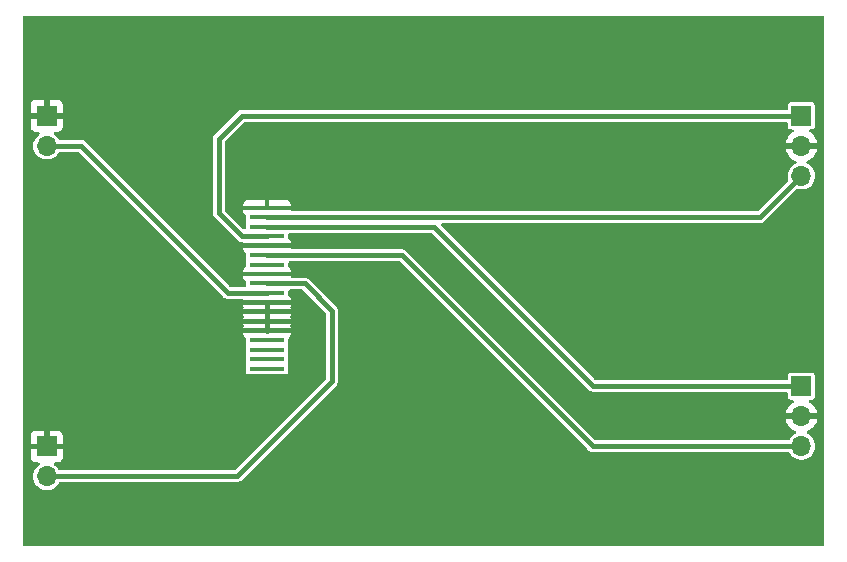
<source format=gbr>
G04 #@! TF.GenerationSoftware,KiCad,Pcbnew,8.0.8*
G04 #@! TF.CreationDate,2025-06-07T15:14:33+01:00*
G04 #@! TF.ProjectId,lcd_Daughterboard,6c63645f-4461-4756-9768-746572626f61,rev?*
G04 #@! TF.SameCoordinates,Original*
G04 #@! TF.FileFunction,Copper,L1,Top*
G04 #@! TF.FilePolarity,Positive*
%FSLAX46Y46*%
G04 Gerber Fmt 4.6, Leading zero omitted, Abs format (unit mm)*
G04 Created by KiCad (PCBNEW 8.0.8) date 2025-06-07 15:14:33*
%MOMM*%
%LPD*%
G01*
G04 APERTURE LIST*
G04 #@! TA.AperFunction,SMDPad,CuDef*
%ADD10R,3.000000X0.400000*%
G04 #@! TD*
G04 #@! TA.AperFunction,ComponentPad*
%ADD11R,1.700000X1.700000*%
G04 #@! TD*
G04 #@! TA.AperFunction,ComponentPad*
%ADD12O,1.700000X1.700000*%
G04 #@! TD*
G04 #@! TA.AperFunction,ViaPad*
%ADD13C,0.800000*%
G04 #@! TD*
G04 #@! TA.AperFunction,Conductor*
%ADD14C,0.400000*%
G04 #@! TD*
G04 APERTURE END LIST*
D10*
X120750000Y-61500000D03*
X120750000Y-62300000D03*
X120750000Y-63100000D03*
X120750000Y-63900000D03*
X120750000Y-64700000D03*
X120750000Y-65500000D03*
X120750000Y-66300000D03*
X120750000Y-67100000D03*
X120750000Y-67900000D03*
X120750000Y-68700000D03*
X120750000Y-69500000D03*
X120750000Y-70300000D03*
X120750000Y-71100000D03*
X120750000Y-71900000D03*
X120750000Y-72700000D03*
X120750000Y-73500000D03*
X120750000Y-74300000D03*
X120750000Y-75100000D03*
D11*
X102100000Y-53700000D03*
D12*
X102100000Y-56240000D03*
D11*
X166000000Y-53700000D03*
D12*
X166000000Y-56240000D03*
X166000000Y-58780000D03*
D11*
X166000000Y-76600000D03*
D12*
X166000000Y-79140000D03*
X166000000Y-81680000D03*
D11*
X102100000Y-81700000D03*
D12*
X102100000Y-84240000D03*
D13*
X139200000Y-64100000D03*
D14*
X162480000Y-62300000D02*
X166000000Y-58780000D01*
X120750000Y-62300000D02*
X162480000Y-62300000D01*
X165975000Y-76575000D02*
X166000000Y-76600000D01*
X148375000Y-76575000D02*
X165975000Y-76575000D01*
X134900000Y-63100000D02*
X148375000Y-76575000D01*
X120750000Y-63100000D02*
X134900000Y-63100000D01*
X118600000Y-53700000D02*
X166000000Y-53700000D01*
X116650000Y-55650000D02*
X118600000Y-53700000D01*
X116650000Y-61900000D02*
X116650000Y-55650000D01*
X118650000Y-63900000D02*
X116650000Y-61900000D01*
X148331472Y-81680000D02*
X166000000Y-81680000D01*
X132151472Y-65500000D02*
X148331472Y-81680000D01*
X120750000Y-65500000D02*
X132151472Y-65500000D01*
X126250000Y-70200000D02*
X126250000Y-76200000D01*
X123950000Y-67900000D02*
X126250000Y-70200000D01*
X120750000Y-67900000D02*
X123950000Y-67900000D01*
X117450000Y-68700000D02*
X120750000Y-68700000D01*
X104990000Y-56240000D02*
X117450000Y-68700000D01*
X102100000Y-56240000D02*
X104990000Y-56240000D01*
X120750000Y-63900000D02*
X118650000Y-63900000D01*
X118250000Y-84200000D02*
X102100000Y-84200000D01*
X120750000Y-71900000D02*
X120750000Y-69500000D01*
X126250000Y-76200000D02*
X118250000Y-84200000D01*
G04 #@! TA.AperFunction,Conductor*
G36*
X164791622Y-54220502D02*
G01*
X164838115Y-54274158D01*
X164849501Y-54326500D01*
X164849501Y-54594866D01*
X164852414Y-54619990D01*
X164852416Y-54619994D01*
X164897793Y-54722765D01*
X164977232Y-54802204D01*
X164977234Y-54802205D01*
X164977235Y-54802206D01*
X165080009Y-54847585D01*
X165105135Y-54850500D01*
X165231139Y-54850499D01*
X165299257Y-54870501D01*
X165345750Y-54924156D01*
X165355855Y-54994430D01*
X165326362Y-55059011D01*
X165303408Y-55079712D01*
X165128925Y-55201887D01*
X165128919Y-55201892D01*
X164961892Y-55368919D01*
X164961887Y-55368925D01*
X164826400Y-55562421D01*
X164726570Y-55776506D01*
X164726568Y-55776511D01*
X164669363Y-55990000D01*
X165566988Y-55990000D01*
X165534075Y-56047007D01*
X165500000Y-56174174D01*
X165500000Y-56305826D01*
X165534075Y-56432993D01*
X165566988Y-56490000D01*
X164669364Y-56490000D01*
X164726568Y-56703488D01*
X164726570Y-56703493D01*
X164826399Y-56917577D01*
X164826400Y-56917579D01*
X164961886Y-57111073D01*
X164961893Y-57111082D01*
X165128917Y-57278106D01*
X165128926Y-57278113D01*
X165322420Y-57413599D01*
X165322422Y-57413600D01*
X165517320Y-57504483D01*
X165570605Y-57551400D01*
X165590066Y-57619678D01*
X165569524Y-57687638D01*
X165515501Y-57733703D01*
X165509592Y-57736167D01*
X165484981Y-57745702D01*
X165484980Y-57745702D01*
X165484979Y-57745703D01*
X165484974Y-57745705D01*
X165303701Y-57857945D01*
X165303699Y-57857946D01*
X165146129Y-58001591D01*
X165059293Y-58116580D01*
X165017634Y-58171745D01*
X164924130Y-58359526D01*
X164922593Y-58362615D01*
X164864244Y-58567688D01*
X164844571Y-58780000D01*
X164864244Y-58992313D01*
X164891743Y-59088960D01*
X164891147Y-59159954D01*
X164859648Y-59212536D01*
X162309591Y-61762595D01*
X162247279Y-61796620D01*
X162220496Y-61799500D01*
X122876000Y-61799500D01*
X122807879Y-61779498D01*
X122761386Y-61725842D01*
X122757366Y-61707365D01*
X122750001Y-61700000D01*
X118750000Y-61700000D01*
X118750000Y-61747840D01*
X118756400Y-61807371D01*
X118806647Y-61942089D01*
X118892809Y-62057187D01*
X118899009Y-62061828D01*
X118941555Y-62118664D01*
X118949500Y-62162697D01*
X118949500Y-62544859D01*
X118949501Y-62544866D01*
X118952414Y-62569990D01*
X118952416Y-62569994D01*
X118987347Y-62649106D01*
X118996565Y-62719502D01*
X118987347Y-62750893D01*
X118952415Y-62830007D01*
X118952414Y-62830008D01*
X118949500Y-62855130D01*
X118949500Y-63187496D01*
X118929498Y-63255617D01*
X118875842Y-63302110D01*
X118805568Y-63312214D01*
X118740988Y-63282720D01*
X118734405Y-63276591D01*
X117187405Y-61729591D01*
X117153379Y-61667279D01*
X117150500Y-61640496D01*
X117150500Y-61252159D01*
X118750000Y-61252159D01*
X118750000Y-61300000D01*
X120550000Y-61300000D01*
X120950000Y-61300000D01*
X122750000Y-61300000D01*
X122750000Y-61252176D01*
X122749999Y-61252159D01*
X122743599Y-61192628D01*
X122693352Y-61057910D01*
X122607189Y-60942810D01*
X122492089Y-60856647D01*
X122357371Y-60806400D01*
X122297840Y-60800000D01*
X120950000Y-60800000D01*
X120950000Y-61300000D01*
X120550000Y-61300000D01*
X120550000Y-60800000D01*
X119202159Y-60800000D01*
X119142628Y-60806400D01*
X119007910Y-60856647D01*
X118892810Y-60942810D01*
X118806647Y-61057910D01*
X118756400Y-61192628D01*
X118750000Y-61252159D01*
X117150500Y-61252159D01*
X117150500Y-55909504D01*
X117170502Y-55841383D01*
X117187405Y-55820409D01*
X118770409Y-54237405D01*
X118832721Y-54203379D01*
X118859504Y-54200500D01*
X164723501Y-54200500D01*
X164791622Y-54220502D01*
G37*
G04 #@! TD.AperFunction*
G04 #@! TA.AperFunction,Conductor*
G36*
X167891621Y-45270502D02*
G01*
X167938114Y-45324158D01*
X167949500Y-45376500D01*
X167949500Y-90023500D01*
X167929498Y-90091621D01*
X167875842Y-90138114D01*
X167823500Y-90149500D01*
X100176500Y-90149500D01*
X100108379Y-90129498D01*
X100061886Y-90075842D01*
X100050500Y-90023500D01*
X100050500Y-72147840D01*
X118750000Y-72147840D01*
X118756400Y-72207371D01*
X118806647Y-72342089D01*
X118892809Y-72457187D01*
X118899009Y-72461828D01*
X118941555Y-72518664D01*
X118949500Y-72562697D01*
X118949500Y-72944859D01*
X118949501Y-72944866D01*
X118952414Y-72969990D01*
X118952416Y-72969994D01*
X118987347Y-73049106D01*
X118996565Y-73119502D01*
X118987347Y-73150893D01*
X118952415Y-73230007D01*
X118952414Y-73230008D01*
X118949500Y-73255130D01*
X118949500Y-73744859D01*
X118949501Y-73744866D01*
X118952414Y-73769990D01*
X118952416Y-73769994D01*
X118987347Y-73849106D01*
X118996565Y-73919502D01*
X118987347Y-73950893D01*
X118952415Y-74030007D01*
X118952414Y-74030008D01*
X118949500Y-74055130D01*
X118949500Y-74544859D01*
X118949501Y-74544866D01*
X118952414Y-74569990D01*
X118952416Y-74569994D01*
X118987347Y-74649106D01*
X118996565Y-74719502D01*
X118987347Y-74750893D01*
X118952415Y-74830007D01*
X118952414Y-74830008D01*
X118949500Y-74855130D01*
X118949500Y-75344859D01*
X118949501Y-75344866D01*
X118952414Y-75369990D01*
X118952416Y-75369994D01*
X118997793Y-75472765D01*
X119077232Y-75552204D01*
X119077234Y-75552205D01*
X119077235Y-75552206D01*
X119180009Y-75597585D01*
X119205135Y-75600500D01*
X122294864Y-75600499D01*
X122319991Y-75597585D01*
X122422765Y-75552206D01*
X122502206Y-75472765D01*
X122547585Y-75369991D01*
X122550500Y-75344865D01*
X122550499Y-74855136D01*
X122547585Y-74830009D01*
X122512652Y-74750893D01*
X122503434Y-74680498D01*
X122512649Y-74649112D01*
X122547585Y-74569991D01*
X122550500Y-74544865D01*
X122550499Y-74055136D01*
X122547585Y-74030009D01*
X122512652Y-73950893D01*
X122503434Y-73880498D01*
X122512649Y-73849112D01*
X122547585Y-73769991D01*
X122550500Y-73744865D01*
X122550499Y-73255136D01*
X122547585Y-73230009D01*
X122512652Y-73150893D01*
X122503434Y-73080498D01*
X122512649Y-73049112D01*
X122547585Y-72969991D01*
X122550500Y-72944865D01*
X122550499Y-72562696D01*
X122570501Y-72494577D01*
X122600994Y-72461826D01*
X122607189Y-72457188D01*
X122693352Y-72342089D01*
X122743599Y-72207371D01*
X122749999Y-72147840D01*
X122750000Y-72147823D01*
X122750000Y-72100000D01*
X118750000Y-72100000D01*
X118750000Y-72147840D01*
X100050500Y-72147840D01*
X100050500Y-71347840D01*
X118750000Y-71347840D01*
X118756401Y-71407372D01*
X118774526Y-71455971D01*
X118779589Y-71526787D01*
X118774526Y-71544029D01*
X118756401Y-71592627D01*
X118750000Y-71652159D01*
X118750000Y-71700000D01*
X120550000Y-71700000D01*
X120950000Y-71700000D01*
X122750000Y-71700000D01*
X122750000Y-71652176D01*
X122749999Y-71652159D01*
X122743599Y-71592627D01*
X122725474Y-71544032D01*
X122720410Y-71473216D01*
X122725474Y-71455968D01*
X122743599Y-71407372D01*
X122749999Y-71347840D01*
X122750000Y-71347823D01*
X122750000Y-71300000D01*
X120950000Y-71300000D01*
X120950000Y-71700000D01*
X120550000Y-71700000D01*
X120550000Y-71300000D01*
X118750000Y-71300000D01*
X118750000Y-71347840D01*
X100050500Y-71347840D01*
X100050500Y-70547840D01*
X118750000Y-70547840D01*
X118756401Y-70607372D01*
X118774526Y-70655971D01*
X118779589Y-70726787D01*
X118774526Y-70744029D01*
X118756401Y-70792627D01*
X118750000Y-70852159D01*
X118750000Y-70900000D01*
X120550000Y-70900000D01*
X120950000Y-70900000D01*
X122750000Y-70900000D01*
X122750000Y-70852176D01*
X122749999Y-70852159D01*
X122743599Y-70792627D01*
X122725474Y-70744032D01*
X122720410Y-70673216D01*
X122725474Y-70655968D01*
X122743599Y-70607372D01*
X122749999Y-70547840D01*
X122750000Y-70547823D01*
X122750000Y-70500000D01*
X120950000Y-70500000D01*
X120950000Y-70900000D01*
X120550000Y-70900000D01*
X120550000Y-70500000D01*
X118750000Y-70500000D01*
X118750000Y-70547840D01*
X100050500Y-70547840D01*
X100050500Y-69747840D01*
X118750000Y-69747840D01*
X118756401Y-69807372D01*
X118774526Y-69855971D01*
X118779589Y-69926787D01*
X118774526Y-69944029D01*
X118756401Y-69992627D01*
X118750000Y-70052159D01*
X118750000Y-70100000D01*
X120550000Y-70100000D01*
X120950000Y-70100000D01*
X122750000Y-70100000D01*
X122750000Y-70052176D01*
X122749999Y-70052159D01*
X122743599Y-69992627D01*
X122725474Y-69944032D01*
X122720410Y-69873216D01*
X122725474Y-69855968D01*
X122743599Y-69807372D01*
X122749999Y-69747840D01*
X122750000Y-69747823D01*
X122750000Y-69700000D01*
X120950000Y-69700000D01*
X120950000Y-70100000D01*
X120550000Y-70100000D01*
X120550000Y-69700000D01*
X118750000Y-69700000D01*
X118750000Y-69747840D01*
X100050500Y-69747840D01*
X100050500Y-52802159D01*
X100750000Y-52802159D01*
X100750000Y-53450000D01*
X101666988Y-53450000D01*
X101634075Y-53507007D01*
X101600000Y-53634174D01*
X101600000Y-53765826D01*
X101634075Y-53892993D01*
X101666988Y-53950000D01*
X100750000Y-53950000D01*
X100750000Y-54597840D01*
X100756400Y-54657371D01*
X100806647Y-54792089D01*
X100892810Y-54907189D01*
X101007910Y-54993352D01*
X101142628Y-55043599D01*
X101202159Y-55049999D01*
X101202176Y-55050000D01*
X101393604Y-55050000D01*
X101461725Y-55070002D01*
X101508218Y-55123658D01*
X101518322Y-55193932D01*
X101488828Y-55258512D01*
X101459935Y-55283127D01*
X101403701Y-55317945D01*
X101403699Y-55317946D01*
X101246129Y-55461591D01*
X101159293Y-55576580D01*
X101117634Y-55631745D01*
X101073939Y-55719498D01*
X101022593Y-55822615D01*
X100964244Y-56027688D01*
X100944571Y-56240000D01*
X100964244Y-56452311D01*
X101022593Y-56657384D01*
X101022594Y-56657386D01*
X101022595Y-56657389D01*
X101117634Y-56848255D01*
X101169986Y-56917579D01*
X101246129Y-57018408D01*
X101403699Y-57162053D01*
X101403701Y-57162054D01*
X101584974Y-57274294D01*
X101584975Y-57274294D01*
X101584981Y-57274298D01*
X101783802Y-57351321D01*
X101993390Y-57390500D01*
X101993393Y-57390500D01*
X102206607Y-57390500D01*
X102206610Y-57390500D01*
X102416198Y-57351321D01*
X102615019Y-57274298D01*
X102796302Y-57162052D01*
X102953872Y-57018407D01*
X103082366Y-56848255D01*
X103101247Y-56810335D01*
X103149515Y-56758274D01*
X103214037Y-56740500D01*
X104730496Y-56740500D01*
X104798617Y-56760502D01*
X104819591Y-56777405D01*
X117142679Y-69100494D01*
X117142684Y-69100498D01*
X117142686Y-69100500D01*
X117256814Y-69166392D01*
X117384108Y-69200500D01*
X117384110Y-69200500D01*
X118624000Y-69200500D01*
X118692121Y-69220502D01*
X118738614Y-69274158D01*
X118742633Y-69292634D01*
X118749999Y-69300000D01*
X122750000Y-69300000D01*
X122750000Y-69252176D01*
X122749999Y-69252159D01*
X122743599Y-69192628D01*
X122693352Y-69057910D01*
X122607189Y-68942811D01*
X122600989Y-68938170D01*
X122558443Y-68881334D01*
X122550499Y-68837306D01*
X122550499Y-68526499D01*
X122570501Y-68458379D01*
X122624157Y-68411886D01*
X122676499Y-68400500D01*
X123690496Y-68400500D01*
X123758617Y-68420502D01*
X123779591Y-68437405D01*
X125712595Y-70370408D01*
X125746620Y-70432720D01*
X125749500Y-70459503D01*
X125749500Y-75940496D01*
X125729498Y-76008617D01*
X125712595Y-76029591D01*
X118079591Y-83662595D01*
X118017279Y-83696621D01*
X117990496Y-83699500D01*
X103194120Y-83699500D01*
X103125999Y-83679498D01*
X103086851Y-83635823D01*
X103085435Y-83636701D01*
X103082366Y-83631746D01*
X103082366Y-83631745D01*
X102953872Y-83461593D01*
X102796302Y-83317948D01*
X102796300Y-83317946D01*
X102796298Y-83317945D01*
X102740065Y-83283127D01*
X102692678Y-83230260D01*
X102681395Y-83160165D01*
X102709799Y-83095098D01*
X102768872Y-83055717D01*
X102806396Y-83050000D01*
X102997824Y-83050000D01*
X102997840Y-83049999D01*
X103057371Y-83043599D01*
X103192089Y-82993352D01*
X103307189Y-82907189D01*
X103393352Y-82792089D01*
X103443599Y-82657371D01*
X103449999Y-82597840D01*
X103450000Y-82597823D01*
X103450000Y-81950000D01*
X102533012Y-81950000D01*
X102565925Y-81892993D01*
X102600000Y-81765826D01*
X102600000Y-81634174D01*
X102565925Y-81507007D01*
X102533012Y-81450000D01*
X103450000Y-81450000D01*
X103450000Y-80802176D01*
X103449999Y-80802159D01*
X103443599Y-80742628D01*
X103393352Y-80607910D01*
X103307189Y-80492810D01*
X103192089Y-80406647D01*
X103057371Y-80356400D01*
X102997840Y-80350000D01*
X102350000Y-80350000D01*
X102350000Y-81266988D01*
X102292993Y-81234075D01*
X102165826Y-81200000D01*
X102034174Y-81200000D01*
X101907007Y-81234075D01*
X101850000Y-81266988D01*
X101850000Y-80350000D01*
X101202159Y-80350000D01*
X101142628Y-80356400D01*
X101007910Y-80406647D01*
X100892810Y-80492810D01*
X100806647Y-80607910D01*
X100756400Y-80742628D01*
X100750000Y-80802159D01*
X100750000Y-81450000D01*
X101666988Y-81450000D01*
X101634075Y-81507007D01*
X101600000Y-81634174D01*
X101600000Y-81765826D01*
X101634075Y-81892993D01*
X101666988Y-81950000D01*
X100750000Y-81950000D01*
X100750000Y-82597840D01*
X100756400Y-82657371D01*
X100806647Y-82792089D01*
X100892810Y-82907189D01*
X101007910Y-82993352D01*
X101142628Y-83043599D01*
X101202159Y-83049999D01*
X101202176Y-83050000D01*
X101393604Y-83050000D01*
X101461725Y-83070002D01*
X101508218Y-83123658D01*
X101518322Y-83193932D01*
X101488828Y-83258512D01*
X101459935Y-83283127D01*
X101403701Y-83317945D01*
X101403699Y-83317946D01*
X101246129Y-83461591D01*
X101246126Y-83461595D01*
X101117634Y-83631745D01*
X101024130Y-83819526D01*
X101022593Y-83822615D01*
X100964244Y-84027688D01*
X100944571Y-84240000D01*
X100964244Y-84452311D01*
X101022593Y-84657384D01*
X101022594Y-84657386D01*
X101022595Y-84657389D01*
X101117634Y-84848255D01*
X101246128Y-85018407D01*
X101246129Y-85018408D01*
X101403699Y-85162053D01*
X101403701Y-85162054D01*
X101584974Y-85274294D01*
X101584975Y-85274294D01*
X101584981Y-85274298D01*
X101783802Y-85351321D01*
X101993390Y-85390500D01*
X101993393Y-85390500D01*
X102206607Y-85390500D01*
X102206610Y-85390500D01*
X102416198Y-85351321D01*
X102615019Y-85274298D01*
X102796302Y-85162052D01*
X102953872Y-85018407D01*
X103082366Y-84848255D01*
X103121163Y-84770337D01*
X103169432Y-84718274D01*
X103233954Y-84700500D01*
X118315890Y-84700500D01*
X118315892Y-84700500D01*
X118443186Y-84666392D01*
X118557314Y-84600500D01*
X126650499Y-76507315D01*
X126716392Y-76393186D01*
X126750500Y-76265893D01*
X126750500Y-76134108D01*
X126750500Y-70134108D01*
X126716392Y-70006814D01*
X126650500Y-69892686D01*
X126650498Y-69892684D01*
X126650494Y-69892679D01*
X126552925Y-69795110D01*
X126552902Y-69795089D01*
X124257320Y-67499505D01*
X124257310Y-67499497D01*
X124143190Y-67433610D01*
X124143187Y-67433609D01*
X124143186Y-67433608D01*
X124143184Y-67433607D01*
X124143183Y-67433607D01*
X124109073Y-67424467D01*
X124015892Y-67399500D01*
X122876000Y-67399500D01*
X122807879Y-67379498D01*
X122761386Y-67325842D01*
X122757366Y-67307365D01*
X122750001Y-67300000D01*
X118750000Y-67300000D01*
X118750000Y-67347840D01*
X118756400Y-67407371D01*
X118806647Y-67542089D01*
X118892809Y-67657187D01*
X118899009Y-67661828D01*
X118941555Y-67718664D01*
X118949500Y-67762697D01*
X118949501Y-68073500D01*
X118929499Y-68141620D01*
X118875844Y-68188113D01*
X118823501Y-68199500D01*
X117709504Y-68199500D01*
X117641383Y-68179498D01*
X117620409Y-68162595D01*
X105297320Y-55839505D01*
X105297310Y-55839497D01*
X105183190Y-55773610D01*
X105183187Y-55773609D01*
X105183186Y-55773608D01*
X105183184Y-55773607D01*
X105183183Y-55773607D01*
X105149073Y-55764467D01*
X105055892Y-55739500D01*
X105055890Y-55739500D01*
X103214037Y-55739500D01*
X103145916Y-55719498D01*
X103101247Y-55669664D01*
X103082366Y-55631745D01*
X103046392Y-55584108D01*
X116149500Y-55584108D01*
X116149500Y-61834108D01*
X116149500Y-61965892D01*
X116166680Y-62030009D01*
X116183607Y-62093183D01*
X116183610Y-62093190D01*
X116249497Y-62207310D01*
X116249505Y-62207320D01*
X118342679Y-64300494D01*
X118342684Y-64300498D01*
X118342686Y-64300500D01*
X118456814Y-64366392D01*
X118584107Y-64400500D01*
X118584108Y-64400500D01*
X118584109Y-64400500D01*
X118624000Y-64400500D01*
X118692121Y-64420502D01*
X118738614Y-64474158D01*
X118742633Y-64492634D01*
X118749999Y-64500000D01*
X122750000Y-64500000D01*
X122750000Y-64452176D01*
X122749999Y-64452159D01*
X122743599Y-64392628D01*
X122693352Y-64257910D01*
X122607189Y-64142811D01*
X122600989Y-64138170D01*
X122558443Y-64081334D01*
X122550499Y-64037306D01*
X122550499Y-63726499D01*
X122570501Y-63658379D01*
X122624157Y-63611886D01*
X122676499Y-63600500D01*
X134640496Y-63600500D01*
X134708617Y-63620502D01*
X134729591Y-63637405D01*
X148067679Y-76975494D01*
X148067684Y-76975498D01*
X148067686Y-76975500D01*
X148181814Y-77041392D01*
X148309108Y-77075500D01*
X148440893Y-77075500D01*
X164723501Y-77075500D01*
X164791622Y-77095502D01*
X164838115Y-77149158D01*
X164849501Y-77201500D01*
X164849501Y-77494866D01*
X164852414Y-77519990D01*
X164852416Y-77519994D01*
X164897793Y-77622765D01*
X164977232Y-77702204D01*
X164977234Y-77702205D01*
X164977235Y-77702206D01*
X165080009Y-77747585D01*
X165105135Y-77750500D01*
X165231139Y-77750499D01*
X165299257Y-77770501D01*
X165345750Y-77824156D01*
X165355855Y-77894430D01*
X165326362Y-77959011D01*
X165303408Y-77979712D01*
X165128925Y-78101887D01*
X165128919Y-78101892D01*
X164961892Y-78268919D01*
X164961887Y-78268925D01*
X164826400Y-78462421D01*
X164726570Y-78676506D01*
X164726568Y-78676511D01*
X164669363Y-78890000D01*
X165566988Y-78890000D01*
X165534075Y-78947007D01*
X165500000Y-79074174D01*
X165500000Y-79205826D01*
X165534075Y-79332993D01*
X165566988Y-79390000D01*
X164669364Y-79390000D01*
X164726568Y-79603488D01*
X164726570Y-79603493D01*
X164826399Y-79817577D01*
X164826400Y-79817579D01*
X164961886Y-80011073D01*
X164961893Y-80011082D01*
X165128917Y-80178106D01*
X165128926Y-80178113D01*
X165322420Y-80313599D01*
X165322422Y-80313600D01*
X165517320Y-80404483D01*
X165570605Y-80451400D01*
X165590066Y-80519678D01*
X165569524Y-80587638D01*
X165515501Y-80633703D01*
X165509592Y-80636167D01*
X165484981Y-80645702D01*
X165484980Y-80645702D01*
X165484979Y-80645703D01*
X165484974Y-80645705D01*
X165303701Y-80757945D01*
X165303699Y-80757946D01*
X165146129Y-80901591D01*
X165059293Y-81016580D01*
X165017634Y-81071745D01*
X164998752Y-81109664D01*
X164950485Y-81161726D01*
X164885963Y-81179500D01*
X148590976Y-81179500D01*
X148522855Y-81159498D01*
X148501881Y-81142595D01*
X132458792Y-65099505D01*
X132458782Y-65099497D01*
X132344662Y-65033610D01*
X132344659Y-65033609D01*
X132344658Y-65033608D01*
X132344656Y-65033607D01*
X132344655Y-65033607D01*
X132310545Y-65024467D01*
X132217364Y-64999500D01*
X122876000Y-64999500D01*
X122807879Y-64979498D01*
X122761386Y-64925842D01*
X122757366Y-64907365D01*
X122750001Y-64900000D01*
X118750000Y-64900000D01*
X118750000Y-64947840D01*
X118756400Y-65007371D01*
X118806647Y-65142089D01*
X118892809Y-65257187D01*
X118899009Y-65261828D01*
X118941555Y-65318664D01*
X118949500Y-65362697D01*
X118949500Y-65744859D01*
X118949501Y-65744866D01*
X118952414Y-65769990D01*
X118952416Y-65769994D01*
X118987347Y-65849106D01*
X118996565Y-65919502D01*
X118987347Y-65950893D01*
X118952415Y-66030007D01*
X118952414Y-66030009D01*
X118949500Y-66055129D01*
X118949500Y-66437303D01*
X118929498Y-66505424D01*
X118899011Y-66538170D01*
X118892809Y-66542812D01*
X118806647Y-66657910D01*
X118756400Y-66792628D01*
X118750000Y-66852159D01*
X118750000Y-66900000D01*
X122750000Y-66900000D01*
X122750000Y-66852176D01*
X122749999Y-66852159D01*
X122743599Y-66792628D01*
X122693352Y-66657910D01*
X122607189Y-66542811D01*
X122600989Y-66538170D01*
X122558443Y-66481334D01*
X122550499Y-66437306D01*
X122550499Y-66126499D01*
X122570501Y-66058379D01*
X122624157Y-66011886D01*
X122676499Y-66000500D01*
X131891968Y-66000500D01*
X131960089Y-66020502D01*
X131981063Y-66037405D01*
X147930972Y-81987314D01*
X148024158Y-82080500D01*
X148053411Y-82097389D01*
X148138286Y-82146392D01*
X148265579Y-82180500D01*
X148265580Y-82180500D01*
X164885963Y-82180500D01*
X164954084Y-82200502D01*
X164998752Y-82250335D01*
X165017634Y-82288255D01*
X165146128Y-82458407D01*
X165146129Y-82458408D01*
X165303699Y-82602053D01*
X165303701Y-82602054D01*
X165484974Y-82714294D01*
X165484975Y-82714294D01*
X165484981Y-82714298D01*
X165683802Y-82791321D01*
X165893390Y-82830500D01*
X165893393Y-82830500D01*
X166106607Y-82830500D01*
X166106610Y-82830500D01*
X166316198Y-82791321D01*
X166515019Y-82714298D01*
X166696302Y-82602052D01*
X166853872Y-82458407D01*
X166982366Y-82288255D01*
X167077405Y-82097389D01*
X167135756Y-81892310D01*
X167155429Y-81680000D01*
X167135756Y-81467690D01*
X167077405Y-81262611D01*
X166982366Y-81071745D01*
X166853872Y-80901593D01*
X166744818Y-80802176D01*
X166696300Y-80757946D01*
X166696298Y-80757945D01*
X166515025Y-80645705D01*
X166515020Y-80645703D01*
X166515019Y-80645702D01*
X166515014Y-80645700D01*
X166490412Y-80636169D01*
X166434117Y-80592909D01*
X166410147Y-80526082D01*
X166426111Y-80456903D01*
X166476942Y-80407338D01*
X166482679Y-80404483D01*
X166677577Y-80313600D01*
X166677579Y-80313599D01*
X166871073Y-80178113D01*
X166871082Y-80178106D01*
X167038106Y-80011082D01*
X167038113Y-80011073D01*
X167173599Y-79817579D01*
X167173600Y-79817577D01*
X167273429Y-79603493D01*
X167273431Y-79603488D01*
X167330636Y-79390000D01*
X166433012Y-79390000D01*
X166465925Y-79332993D01*
X166500000Y-79205826D01*
X166500000Y-79074174D01*
X166465925Y-78947007D01*
X166433012Y-78890000D01*
X167330636Y-78890000D01*
X167273431Y-78676511D01*
X167273429Y-78676506D01*
X167173599Y-78462421D01*
X167038112Y-78268925D01*
X166871076Y-78101888D01*
X166871073Y-78101886D01*
X166696590Y-77979712D01*
X166652261Y-77924255D01*
X166644952Y-77853636D01*
X166676982Y-77790275D01*
X166738184Y-77754290D01*
X166768859Y-77750499D01*
X166894864Y-77750499D01*
X166919991Y-77747585D01*
X167022765Y-77702206D01*
X167102206Y-77622765D01*
X167147585Y-77519991D01*
X167150500Y-77494865D01*
X167150499Y-75705136D01*
X167147585Y-75680009D01*
X167131872Y-75644422D01*
X167102206Y-75577234D01*
X167022767Y-75497795D01*
X167022765Y-75497794D01*
X166919989Y-75452414D01*
X166919990Y-75452414D01*
X166894868Y-75449500D01*
X165105140Y-75449500D01*
X165105133Y-75449501D01*
X165080009Y-75452414D01*
X165080005Y-75452416D01*
X164977234Y-75497793D01*
X164897795Y-75577232D01*
X164897794Y-75577234D01*
X164852414Y-75680009D01*
X164849500Y-75705129D01*
X164849500Y-75948500D01*
X164829498Y-76016621D01*
X164775842Y-76063114D01*
X164723500Y-76074500D01*
X148634504Y-76074500D01*
X148566383Y-76054498D01*
X148545409Y-76037595D01*
X135523409Y-63015595D01*
X135489383Y-62953283D01*
X135494448Y-62882468D01*
X135536995Y-62825632D01*
X135603515Y-62800821D01*
X135612504Y-62800500D01*
X162545890Y-62800500D01*
X162545892Y-62800500D01*
X162673186Y-62766392D01*
X162787314Y-62700500D01*
X165563475Y-59924337D01*
X165625784Y-59890315D01*
X165677758Y-59891948D01*
X165678076Y-59890250D01*
X165683798Y-59891319D01*
X165683802Y-59891321D01*
X165893390Y-59930500D01*
X165893393Y-59930500D01*
X166106607Y-59930500D01*
X166106610Y-59930500D01*
X166316198Y-59891321D01*
X166515019Y-59814298D01*
X166696302Y-59702052D01*
X166853872Y-59558407D01*
X166982366Y-59388255D01*
X167077405Y-59197389D01*
X167135756Y-58992310D01*
X167155429Y-58780000D01*
X167135756Y-58567690D01*
X167077405Y-58362611D01*
X166982366Y-58171745D01*
X166853872Y-58001593D01*
X166696302Y-57857948D01*
X166696300Y-57857946D01*
X166696298Y-57857945D01*
X166515025Y-57745705D01*
X166515020Y-57745703D01*
X166515019Y-57745702D01*
X166515014Y-57745700D01*
X166490412Y-57736169D01*
X166434117Y-57692909D01*
X166410147Y-57626082D01*
X166426111Y-57556903D01*
X166476942Y-57507338D01*
X166482679Y-57504483D01*
X166677577Y-57413600D01*
X166677579Y-57413599D01*
X166871073Y-57278113D01*
X166871082Y-57278106D01*
X167038106Y-57111082D01*
X167038113Y-57111073D01*
X167173599Y-56917579D01*
X167173600Y-56917577D01*
X167273429Y-56703493D01*
X167273431Y-56703488D01*
X167330636Y-56490000D01*
X166433012Y-56490000D01*
X166465925Y-56432993D01*
X166500000Y-56305826D01*
X166500000Y-56174174D01*
X166465925Y-56047007D01*
X166433012Y-55990000D01*
X167330636Y-55990000D01*
X167273431Y-55776511D01*
X167273429Y-55776506D01*
X167173599Y-55562421D01*
X167038112Y-55368925D01*
X166871076Y-55201888D01*
X166871073Y-55201886D01*
X166696590Y-55079712D01*
X166652261Y-55024255D01*
X166644952Y-54953636D01*
X166676982Y-54890275D01*
X166738184Y-54854290D01*
X166768859Y-54850499D01*
X166894864Y-54850499D01*
X166919991Y-54847585D01*
X167022765Y-54802206D01*
X167102206Y-54722765D01*
X167147585Y-54619991D01*
X167150500Y-54594865D01*
X167150499Y-52805136D01*
X167147585Y-52780009D01*
X167102206Y-52677235D01*
X167102206Y-52677234D01*
X167022767Y-52597795D01*
X167022765Y-52597794D01*
X166919989Y-52552414D01*
X166919990Y-52552414D01*
X166894868Y-52549500D01*
X165105140Y-52549500D01*
X165105133Y-52549501D01*
X165080009Y-52552414D01*
X165080005Y-52552416D01*
X164977234Y-52597793D01*
X164897795Y-52677232D01*
X164897794Y-52677234D01*
X164852414Y-52780009D01*
X164849500Y-52805129D01*
X164849500Y-53073500D01*
X164829498Y-53141621D01*
X164775842Y-53188114D01*
X164723500Y-53199500D01*
X118665892Y-53199500D01*
X118534107Y-53199500D01*
X118465893Y-53217777D01*
X118406816Y-53233607D01*
X118406809Y-53233610D01*
X118292689Y-53299497D01*
X118292686Y-53299500D01*
X118292685Y-53299501D01*
X116342686Y-55249500D01*
X116309059Y-55283127D01*
X116249501Y-55342684D01*
X116249497Y-55342689D01*
X116183610Y-55456809D01*
X116183608Y-55456814D01*
X116149500Y-55584108D01*
X103046392Y-55584108D01*
X102953872Y-55461593D01*
X102823442Y-55342689D01*
X102796300Y-55317946D01*
X102796298Y-55317945D01*
X102740065Y-55283127D01*
X102692678Y-55230260D01*
X102681395Y-55160165D01*
X102709799Y-55095098D01*
X102768872Y-55055717D01*
X102806396Y-55050000D01*
X102997824Y-55050000D01*
X102997840Y-55049999D01*
X103057371Y-55043599D01*
X103192089Y-54993352D01*
X103307189Y-54907189D01*
X103393352Y-54792089D01*
X103443599Y-54657371D01*
X103449999Y-54597840D01*
X103450000Y-54597823D01*
X103450000Y-53950000D01*
X102533012Y-53950000D01*
X102565925Y-53892993D01*
X102600000Y-53765826D01*
X102600000Y-53634174D01*
X102565925Y-53507007D01*
X102533012Y-53450000D01*
X103450000Y-53450000D01*
X103450000Y-52802176D01*
X103449999Y-52802159D01*
X103443599Y-52742628D01*
X103393352Y-52607910D01*
X103307189Y-52492810D01*
X103192089Y-52406647D01*
X103057371Y-52356400D01*
X102997840Y-52350000D01*
X102350000Y-52350000D01*
X102350000Y-53266988D01*
X102292993Y-53234075D01*
X102165826Y-53200000D01*
X102034174Y-53200000D01*
X101907007Y-53234075D01*
X101850000Y-53266988D01*
X101850000Y-52350000D01*
X101202159Y-52350000D01*
X101142628Y-52356400D01*
X101007910Y-52406647D01*
X100892810Y-52492810D01*
X100806647Y-52607910D01*
X100756400Y-52742628D01*
X100750000Y-52802159D01*
X100050500Y-52802159D01*
X100050500Y-45376500D01*
X100070502Y-45308379D01*
X100124158Y-45261886D01*
X100176500Y-45250500D01*
X167823500Y-45250500D01*
X167891621Y-45270502D01*
G37*
G04 #@! TD.AperFunction*
M02*

</source>
